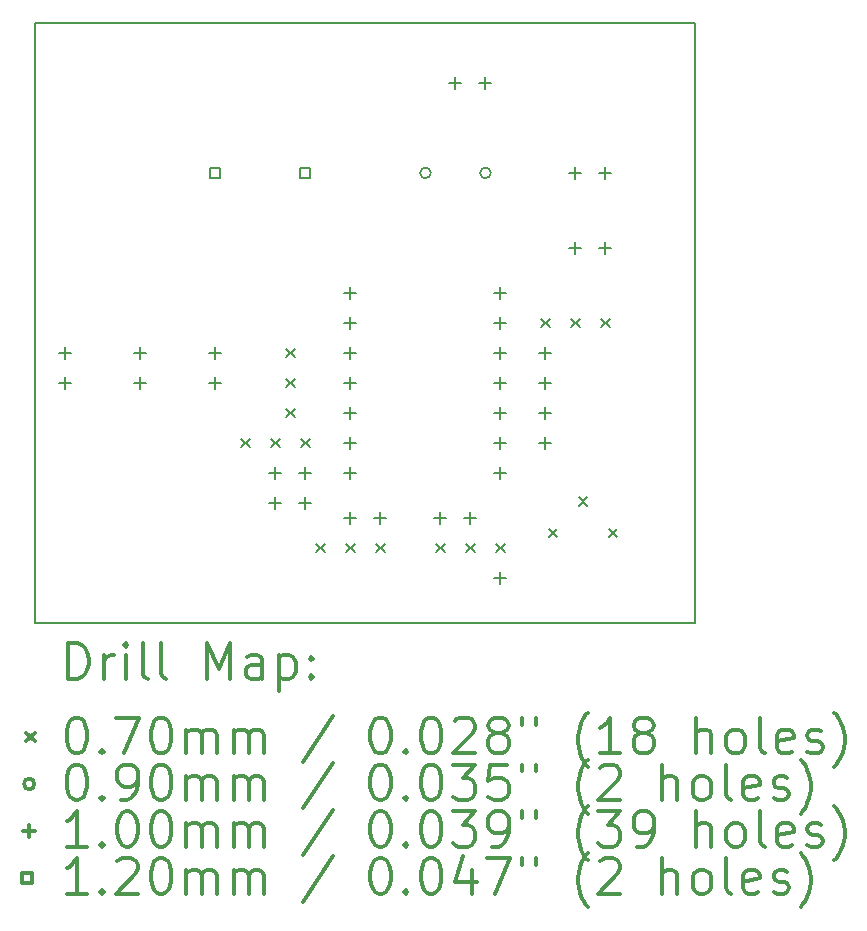
<source format=gbr>
%FSLAX45Y45*%
G04 Gerber Fmt 4.5, Leading zero omitted, Abs format (unit mm)*
G04 Created by KiCad (PCBNEW (5.0.0)) date 08/29/18 20:23:03*
%MOMM*%
%LPD*%
G01*
G04 APERTURE LIST*
%ADD10C,0.150000*%
%ADD11C,0.200000*%
%ADD12C,0.300000*%
G04 APERTURE END LIST*
D10*
X10414000Y-6350000D02*
X4826000Y-6350000D01*
X10414000Y-11430000D02*
X10414000Y-6350000D01*
X4826000Y-11430000D02*
X10414000Y-11430000D01*
X4826000Y-6350000D02*
X4826000Y-11430000D01*
D11*
X7204000Y-10760000D02*
X7274000Y-10830000D01*
X7274000Y-10760000D02*
X7204000Y-10830000D01*
X7458000Y-10760000D02*
X7528000Y-10830000D01*
X7528000Y-10760000D02*
X7458000Y-10830000D01*
X6569000Y-9871000D02*
X6639000Y-9941000D01*
X6639000Y-9871000D02*
X6569000Y-9941000D01*
X6823000Y-9871000D02*
X6893000Y-9941000D01*
X6893000Y-9871000D02*
X6823000Y-9941000D01*
X7077000Y-9871000D02*
X7147000Y-9941000D01*
X7147000Y-9871000D02*
X7077000Y-9941000D01*
X9109000Y-8855000D02*
X9179000Y-8925000D01*
X9179000Y-8855000D02*
X9109000Y-8925000D01*
X9363000Y-8855000D02*
X9433000Y-8925000D01*
X9433000Y-8855000D02*
X9363000Y-8925000D01*
X9617000Y-8855000D02*
X9687000Y-8925000D01*
X9687000Y-8855000D02*
X9617000Y-8925000D01*
X8220000Y-10760000D02*
X8290000Y-10830000D01*
X8290000Y-10760000D02*
X8220000Y-10830000D01*
X8474000Y-10760000D02*
X8544000Y-10830000D01*
X8544000Y-10760000D02*
X8474000Y-10830000D01*
X8728000Y-10760000D02*
X8798000Y-10830000D01*
X8798000Y-10760000D02*
X8728000Y-10830000D01*
X6950000Y-9109000D02*
X7020000Y-9179000D01*
X7020000Y-9109000D02*
X6950000Y-9179000D01*
X6950000Y-9363000D02*
X7020000Y-9433000D01*
X7020000Y-9363000D02*
X6950000Y-9433000D01*
X6950000Y-9617000D02*
X7020000Y-9687000D01*
X7020000Y-9617000D02*
X6950000Y-9687000D01*
X9172500Y-10633000D02*
X9242500Y-10703000D01*
X9242500Y-10633000D02*
X9172500Y-10703000D01*
X9426500Y-10366300D02*
X9496500Y-10436300D01*
X9496500Y-10366300D02*
X9426500Y-10436300D01*
X9680500Y-10633000D02*
X9750500Y-10703000D01*
X9750500Y-10633000D02*
X9680500Y-10703000D01*
X7712000Y-10760000D02*
X7782000Y-10830000D01*
X7782000Y-10760000D02*
X7712000Y-10830000D01*
X8173000Y-7620000D02*
G75*
G03X8173000Y-7620000I-45000J0D01*
G01*
X8681000Y-7620000D02*
G75*
G03X8681000Y-7620000I-45000J0D01*
G01*
X6350000Y-9094000D02*
X6350000Y-9194000D01*
X6300000Y-9144000D02*
X6400000Y-9144000D01*
X6350000Y-9348000D02*
X6350000Y-9448000D01*
X6300000Y-9398000D02*
X6400000Y-9398000D01*
X8763000Y-10999000D02*
X8763000Y-11099000D01*
X8713000Y-11049000D02*
X8813000Y-11049000D01*
X9144000Y-9094000D02*
X9144000Y-9194000D01*
X9094000Y-9144000D02*
X9194000Y-9144000D01*
X9144000Y-9348000D02*
X9144000Y-9448000D01*
X9094000Y-9398000D02*
X9194000Y-9398000D01*
X8382000Y-6808000D02*
X8382000Y-6908000D01*
X8332000Y-6858000D02*
X8432000Y-6858000D01*
X8636000Y-6808000D02*
X8636000Y-6908000D01*
X8586000Y-6858000D02*
X8686000Y-6858000D01*
X9398000Y-7570000D02*
X9398000Y-7670000D01*
X9348000Y-7620000D02*
X9448000Y-7620000D01*
X9652000Y-7570000D02*
X9652000Y-7670000D01*
X9602000Y-7620000D02*
X9702000Y-7620000D01*
X5715000Y-9094000D02*
X5715000Y-9194000D01*
X5665000Y-9144000D02*
X5765000Y-9144000D01*
X5715000Y-9348000D02*
X5715000Y-9448000D01*
X5665000Y-9398000D02*
X5765000Y-9398000D01*
X7493000Y-10491000D02*
X7493000Y-10591000D01*
X7443000Y-10541000D02*
X7543000Y-10541000D01*
X7747000Y-10491000D02*
X7747000Y-10591000D01*
X7697000Y-10541000D02*
X7797000Y-10541000D01*
X7493000Y-8586000D02*
X7493000Y-8686000D01*
X7443000Y-8636000D02*
X7543000Y-8636000D01*
X7493000Y-8840000D02*
X7493000Y-8940000D01*
X7443000Y-8890000D02*
X7543000Y-8890000D01*
X7493000Y-9094000D02*
X7493000Y-9194000D01*
X7443000Y-9144000D02*
X7543000Y-9144000D01*
X7493000Y-9348000D02*
X7493000Y-9448000D01*
X7443000Y-9398000D02*
X7543000Y-9398000D01*
X7493000Y-9602000D02*
X7493000Y-9702000D01*
X7443000Y-9652000D02*
X7543000Y-9652000D01*
X7493000Y-9856000D02*
X7493000Y-9956000D01*
X7443000Y-9906000D02*
X7543000Y-9906000D01*
X7493000Y-10110000D02*
X7493000Y-10210000D01*
X7443000Y-10160000D02*
X7543000Y-10160000D01*
X8763000Y-8586000D02*
X8763000Y-8686000D01*
X8713000Y-8636000D02*
X8813000Y-8636000D01*
X8763000Y-8840000D02*
X8763000Y-8940000D01*
X8713000Y-8890000D02*
X8813000Y-8890000D01*
X8763000Y-9094000D02*
X8763000Y-9194000D01*
X8713000Y-9144000D02*
X8813000Y-9144000D01*
X8763000Y-9348000D02*
X8763000Y-9448000D01*
X8713000Y-9398000D02*
X8813000Y-9398000D01*
X8763000Y-9602000D02*
X8763000Y-9702000D01*
X8713000Y-9652000D02*
X8813000Y-9652000D01*
X8763000Y-9856000D02*
X8763000Y-9956000D01*
X8713000Y-9906000D02*
X8813000Y-9906000D01*
X8763000Y-10110000D02*
X8763000Y-10210000D01*
X8713000Y-10160000D02*
X8813000Y-10160000D01*
X6858000Y-10110000D02*
X6858000Y-10210000D01*
X6808000Y-10160000D02*
X6908000Y-10160000D01*
X7112000Y-10110000D02*
X7112000Y-10210000D01*
X7062000Y-10160000D02*
X7162000Y-10160000D01*
X5080000Y-9094000D02*
X5080000Y-9194000D01*
X5030000Y-9144000D02*
X5130000Y-9144000D01*
X5080000Y-9348000D02*
X5080000Y-9448000D01*
X5030000Y-9398000D02*
X5130000Y-9398000D01*
X8255000Y-10491000D02*
X8255000Y-10591000D01*
X8205000Y-10541000D02*
X8305000Y-10541000D01*
X8509000Y-10491000D02*
X8509000Y-10591000D01*
X8459000Y-10541000D02*
X8559000Y-10541000D01*
X9398000Y-8205000D02*
X9398000Y-8305000D01*
X9348000Y-8255000D02*
X9448000Y-8255000D01*
X9652000Y-8205000D02*
X9652000Y-8305000D01*
X9602000Y-8255000D02*
X9702000Y-8255000D01*
X9144000Y-9602000D02*
X9144000Y-9702000D01*
X9094000Y-9652000D02*
X9194000Y-9652000D01*
X9144000Y-9856000D02*
X9144000Y-9956000D01*
X9094000Y-9906000D02*
X9194000Y-9906000D01*
X6858000Y-10364000D02*
X6858000Y-10464000D01*
X6808000Y-10414000D02*
X6908000Y-10414000D01*
X7112000Y-10364000D02*
X7112000Y-10464000D01*
X7062000Y-10414000D02*
X7162000Y-10414000D01*
X6392427Y-7662427D02*
X6392427Y-7577573D01*
X6307573Y-7577573D01*
X6307573Y-7662427D01*
X6392427Y-7662427D01*
X7154427Y-7662427D02*
X7154427Y-7577573D01*
X7069573Y-7577573D01*
X7069573Y-7662427D01*
X7154427Y-7662427D01*
D12*
X5104928Y-11903214D02*
X5104928Y-11603214D01*
X5176357Y-11603214D01*
X5219214Y-11617500D01*
X5247786Y-11646071D01*
X5262071Y-11674643D01*
X5276357Y-11731786D01*
X5276357Y-11774643D01*
X5262071Y-11831786D01*
X5247786Y-11860357D01*
X5219214Y-11888929D01*
X5176357Y-11903214D01*
X5104928Y-11903214D01*
X5404928Y-11903214D02*
X5404928Y-11703214D01*
X5404928Y-11760357D02*
X5419214Y-11731786D01*
X5433500Y-11717500D01*
X5462071Y-11703214D01*
X5490643Y-11703214D01*
X5590643Y-11903214D02*
X5590643Y-11703214D01*
X5590643Y-11603214D02*
X5576357Y-11617500D01*
X5590643Y-11631786D01*
X5604928Y-11617500D01*
X5590643Y-11603214D01*
X5590643Y-11631786D01*
X5776357Y-11903214D02*
X5747786Y-11888929D01*
X5733500Y-11860357D01*
X5733500Y-11603214D01*
X5933500Y-11903214D02*
X5904928Y-11888929D01*
X5890643Y-11860357D01*
X5890643Y-11603214D01*
X6276357Y-11903214D02*
X6276357Y-11603214D01*
X6376357Y-11817500D01*
X6476357Y-11603214D01*
X6476357Y-11903214D01*
X6747786Y-11903214D02*
X6747786Y-11746071D01*
X6733500Y-11717500D01*
X6704928Y-11703214D01*
X6647786Y-11703214D01*
X6619214Y-11717500D01*
X6747786Y-11888929D02*
X6719214Y-11903214D01*
X6647786Y-11903214D01*
X6619214Y-11888929D01*
X6604928Y-11860357D01*
X6604928Y-11831786D01*
X6619214Y-11803214D01*
X6647786Y-11788929D01*
X6719214Y-11788929D01*
X6747786Y-11774643D01*
X6890643Y-11703214D02*
X6890643Y-12003214D01*
X6890643Y-11717500D02*
X6919214Y-11703214D01*
X6976357Y-11703214D01*
X7004928Y-11717500D01*
X7019214Y-11731786D01*
X7033500Y-11760357D01*
X7033500Y-11846071D01*
X7019214Y-11874643D01*
X7004928Y-11888929D01*
X6976357Y-11903214D01*
X6919214Y-11903214D01*
X6890643Y-11888929D01*
X7162071Y-11874643D02*
X7176357Y-11888929D01*
X7162071Y-11903214D01*
X7147786Y-11888929D01*
X7162071Y-11874643D01*
X7162071Y-11903214D01*
X7162071Y-11717500D02*
X7176357Y-11731786D01*
X7162071Y-11746071D01*
X7147786Y-11731786D01*
X7162071Y-11717500D01*
X7162071Y-11746071D01*
X4748500Y-12362500D02*
X4818500Y-12432500D01*
X4818500Y-12362500D02*
X4748500Y-12432500D01*
X5162071Y-12233214D02*
X5190643Y-12233214D01*
X5219214Y-12247500D01*
X5233500Y-12261786D01*
X5247786Y-12290357D01*
X5262071Y-12347500D01*
X5262071Y-12418929D01*
X5247786Y-12476071D01*
X5233500Y-12504643D01*
X5219214Y-12518929D01*
X5190643Y-12533214D01*
X5162071Y-12533214D01*
X5133500Y-12518929D01*
X5119214Y-12504643D01*
X5104928Y-12476071D01*
X5090643Y-12418929D01*
X5090643Y-12347500D01*
X5104928Y-12290357D01*
X5119214Y-12261786D01*
X5133500Y-12247500D01*
X5162071Y-12233214D01*
X5390643Y-12504643D02*
X5404928Y-12518929D01*
X5390643Y-12533214D01*
X5376357Y-12518929D01*
X5390643Y-12504643D01*
X5390643Y-12533214D01*
X5504928Y-12233214D02*
X5704928Y-12233214D01*
X5576357Y-12533214D01*
X5876357Y-12233214D02*
X5904928Y-12233214D01*
X5933500Y-12247500D01*
X5947786Y-12261786D01*
X5962071Y-12290357D01*
X5976357Y-12347500D01*
X5976357Y-12418929D01*
X5962071Y-12476071D01*
X5947786Y-12504643D01*
X5933500Y-12518929D01*
X5904928Y-12533214D01*
X5876357Y-12533214D01*
X5847786Y-12518929D01*
X5833500Y-12504643D01*
X5819214Y-12476071D01*
X5804928Y-12418929D01*
X5804928Y-12347500D01*
X5819214Y-12290357D01*
X5833500Y-12261786D01*
X5847786Y-12247500D01*
X5876357Y-12233214D01*
X6104928Y-12533214D02*
X6104928Y-12333214D01*
X6104928Y-12361786D02*
X6119214Y-12347500D01*
X6147786Y-12333214D01*
X6190643Y-12333214D01*
X6219214Y-12347500D01*
X6233500Y-12376071D01*
X6233500Y-12533214D01*
X6233500Y-12376071D02*
X6247786Y-12347500D01*
X6276357Y-12333214D01*
X6319214Y-12333214D01*
X6347786Y-12347500D01*
X6362071Y-12376071D01*
X6362071Y-12533214D01*
X6504928Y-12533214D02*
X6504928Y-12333214D01*
X6504928Y-12361786D02*
X6519214Y-12347500D01*
X6547786Y-12333214D01*
X6590643Y-12333214D01*
X6619214Y-12347500D01*
X6633500Y-12376071D01*
X6633500Y-12533214D01*
X6633500Y-12376071D02*
X6647786Y-12347500D01*
X6676357Y-12333214D01*
X6719214Y-12333214D01*
X6747786Y-12347500D01*
X6762071Y-12376071D01*
X6762071Y-12533214D01*
X7347786Y-12218929D02*
X7090643Y-12604643D01*
X7733500Y-12233214D02*
X7762071Y-12233214D01*
X7790643Y-12247500D01*
X7804928Y-12261786D01*
X7819214Y-12290357D01*
X7833500Y-12347500D01*
X7833500Y-12418929D01*
X7819214Y-12476071D01*
X7804928Y-12504643D01*
X7790643Y-12518929D01*
X7762071Y-12533214D01*
X7733500Y-12533214D01*
X7704928Y-12518929D01*
X7690643Y-12504643D01*
X7676357Y-12476071D01*
X7662071Y-12418929D01*
X7662071Y-12347500D01*
X7676357Y-12290357D01*
X7690643Y-12261786D01*
X7704928Y-12247500D01*
X7733500Y-12233214D01*
X7962071Y-12504643D02*
X7976357Y-12518929D01*
X7962071Y-12533214D01*
X7947786Y-12518929D01*
X7962071Y-12504643D01*
X7962071Y-12533214D01*
X8162071Y-12233214D02*
X8190643Y-12233214D01*
X8219214Y-12247500D01*
X8233500Y-12261786D01*
X8247786Y-12290357D01*
X8262071Y-12347500D01*
X8262071Y-12418929D01*
X8247786Y-12476071D01*
X8233500Y-12504643D01*
X8219214Y-12518929D01*
X8190643Y-12533214D01*
X8162071Y-12533214D01*
X8133500Y-12518929D01*
X8119214Y-12504643D01*
X8104928Y-12476071D01*
X8090643Y-12418929D01*
X8090643Y-12347500D01*
X8104928Y-12290357D01*
X8119214Y-12261786D01*
X8133500Y-12247500D01*
X8162071Y-12233214D01*
X8376357Y-12261786D02*
X8390643Y-12247500D01*
X8419214Y-12233214D01*
X8490643Y-12233214D01*
X8519214Y-12247500D01*
X8533500Y-12261786D01*
X8547786Y-12290357D01*
X8547786Y-12318929D01*
X8533500Y-12361786D01*
X8362071Y-12533214D01*
X8547786Y-12533214D01*
X8719214Y-12361786D02*
X8690643Y-12347500D01*
X8676357Y-12333214D01*
X8662071Y-12304643D01*
X8662071Y-12290357D01*
X8676357Y-12261786D01*
X8690643Y-12247500D01*
X8719214Y-12233214D01*
X8776357Y-12233214D01*
X8804928Y-12247500D01*
X8819214Y-12261786D01*
X8833500Y-12290357D01*
X8833500Y-12304643D01*
X8819214Y-12333214D01*
X8804928Y-12347500D01*
X8776357Y-12361786D01*
X8719214Y-12361786D01*
X8690643Y-12376071D01*
X8676357Y-12390357D01*
X8662071Y-12418929D01*
X8662071Y-12476071D01*
X8676357Y-12504643D01*
X8690643Y-12518929D01*
X8719214Y-12533214D01*
X8776357Y-12533214D01*
X8804928Y-12518929D01*
X8819214Y-12504643D01*
X8833500Y-12476071D01*
X8833500Y-12418929D01*
X8819214Y-12390357D01*
X8804928Y-12376071D01*
X8776357Y-12361786D01*
X8947786Y-12233214D02*
X8947786Y-12290357D01*
X9062071Y-12233214D02*
X9062071Y-12290357D01*
X9504928Y-12647500D02*
X9490643Y-12633214D01*
X9462071Y-12590357D01*
X9447786Y-12561786D01*
X9433500Y-12518929D01*
X9419214Y-12447500D01*
X9419214Y-12390357D01*
X9433500Y-12318929D01*
X9447786Y-12276071D01*
X9462071Y-12247500D01*
X9490643Y-12204643D01*
X9504928Y-12190357D01*
X9776357Y-12533214D02*
X9604928Y-12533214D01*
X9690643Y-12533214D02*
X9690643Y-12233214D01*
X9662071Y-12276071D01*
X9633500Y-12304643D01*
X9604928Y-12318929D01*
X9947786Y-12361786D02*
X9919214Y-12347500D01*
X9904928Y-12333214D01*
X9890643Y-12304643D01*
X9890643Y-12290357D01*
X9904928Y-12261786D01*
X9919214Y-12247500D01*
X9947786Y-12233214D01*
X10004928Y-12233214D01*
X10033500Y-12247500D01*
X10047786Y-12261786D01*
X10062071Y-12290357D01*
X10062071Y-12304643D01*
X10047786Y-12333214D01*
X10033500Y-12347500D01*
X10004928Y-12361786D01*
X9947786Y-12361786D01*
X9919214Y-12376071D01*
X9904928Y-12390357D01*
X9890643Y-12418929D01*
X9890643Y-12476071D01*
X9904928Y-12504643D01*
X9919214Y-12518929D01*
X9947786Y-12533214D01*
X10004928Y-12533214D01*
X10033500Y-12518929D01*
X10047786Y-12504643D01*
X10062071Y-12476071D01*
X10062071Y-12418929D01*
X10047786Y-12390357D01*
X10033500Y-12376071D01*
X10004928Y-12361786D01*
X10419214Y-12533214D02*
X10419214Y-12233214D01*
X10547786Y-12533214D02*
X10547786Y-12376071D01*
X10533500Y-12347500D01*
X10504928Y-12333214D01*
X10462071Y-12333214D01*
X10433500Y-12347500D01*
X10419214Y-12361786D01*
X10733500Y-12533214D02*
X10704928Y-12518929D01*
X10690643Y-12504643D01*
X10676357Y-12476071D01*
X10676357Y-12390357D01*
X10690643Y-12361786D01*
X10704928Y-12347500D01*
X10733500Y-12333214D01*
X10776357Y-12333214D01*
X10804928Y-12347500D01*
X10819214Y-12361786D01*
X10833500Y-12390357D01*
X10833500Y-12476071D01*
X10819214Y-12504643D01*
X10804928Y-12518929D01*
X10776357Y-12533214D01*
X10733500Y-12533214D01*
X11004928Y-12533214D02*
X10976357Y-12518929D01*
X10962071Y-12490357D01*
X10962071Y-12233214D01*
X11233500Y-12518929D02*
X11204928Y-12533214D01*
X11147786Y-12533214D01*
X11119214Y-12518929D01*
X11104928Y-12490357D01*
X11104928Y-12376071D01*
X11119214Y-12347500D01*
X11147786Y-12333214D01*
X11204928Y-12333214D01*
X11233500Y-12347500D01*
X11247786Y-12376071D01*
X11247786Y-12404643D01*
X11104928Y-12433214D01*
X11362071Y-12518929D02*
X11390643Y-12533214D01*
X11447786Y-12533214D01*
X11476357Y-12518929D01*
X11490643Y-12490357D01*
X11490643Y-12476071D01*
X11476357Y-12447500D01*
X11447786Y-12433214D01*
X11404928Y-12433214D01*
X11376357Y-12418929D01*
X11362071Y-12390357D01*
X11362071Y-12376071D01*
X11376357Y-12347500D01*
X11404928Y-12333214D01*
X11447786Y-12333214D01*
X11476357Y-12347500D01*
X11590643Y-12647500D02*
X11604928Y-12633214D01*
X11633500Y-12590357D01*
X11647786Y-12561786D01*
X11662071Y-12518929D01*
X11676357Y-12447500D01*
X11676357Y-12390357D01*
X11662071Y-12318929D01*
X11647786Y-12276071D01*
X11633500Y-12247500D01*
X11604928Y-12204643D01*
X11590643Y-12190357D01*
X4818500Y-12793500D02*
G75*
G03X4818500Y-12793500I-45000J0D01*
G01*
X5162071Y-12629214D02*
X5190643Y-12629214D01*
X5219214Y-12643500D01*
X5233500Y-12657786D01*
X5247786Y-12686357D01*
X5262071Y-12743500D01*
X5262071Y-12814929D01*
X5247786Y-12872071D01*
X5233500Y-12900643D01*
X5219214Y-12914929D01*
X5190643Y-12929214D01*
X5162071Y-12929214D01*
X5133500Y-12914929D01*
X5119214Y-12900643D01*
X5104928Y-12872071D01*
X5090643Y-12814929D01*
X5090643Y-12743500D01*
X5104928Y-12686357D01*
X5119214Y-12657786D01*
X5133500Y-12643500D01*
X5162071Y-12629214D01*
X5390643Y-12900643D02*
X5404928Y-12914929D01*
X5390643Y-12929214D01*
X5376357Y-12914929D01*
X5390643Y-12900643D01*
X5390643Y-12929214D01*
X5547786Y-12929214D02*
X5604928Y-12929214D01*
X5633500Y-12914929D01*
X5647786Y-12900643D01*
X5676357Y-12857786D01*
X5690643Y-12800643D01*
X5690643Y-12686357D01*
X5676357Y-12657786D01*
X5662071Y-12643500D01*
X5633500Y-12629214D01*
X5576357Y-12629214D01*
X5547786Y-12643500D01*
X5533500Y-12657786D01*
X5519214Y-12686357D01*
X5519214Y-12757786D01*
X5533500Y-12786357D01*
X5547786Y-12800643D01*
X5576357Y-12814929D01*
X5633500Y-12814929D01*
X5662071Y-12800643D01*
X5676357Y-12786357D01*
X5690643Y-12757786D01*
X5876357Y-12629214D02*
X5904928Y-12629214D01*
X5933500Y-12643500D01*
X5947786Y-12657786D01*
X5962071Y-12686357D01*
X5976357Y-12743500D01*
X5976357Y-12814929D01*
X5962071Y-12872071D01*
X5947786Y-12900643D01*
X5933500Y-12914929D01*
X5904928Y-12929214D01*
X5876357Y-12929214D01*
X5847786Y-12914929D01*
X5833500Y-12900643D01*
X5819214Y-12872071D01*
X5804928Y-12814929D01*
X5804928Y-12743500D01*
X5819214Y-12686357D01*
X5833500Y-12657786D01*
X5847786Y-12643500D01*
X5876357Y-12629214D01*
X6104928Y-12929214D02*
X6104928Y-12729214D01*
X6104928Y-12757786D02*
X6119214Y-12743500D01*
X6147786Y-12729214D01*
X6190643Y-12729214D01*
X6219214Y-12743500D01*
X6233500Y-12772071D01*
X6233500Y-12929214D01*
X6233500Y-12772071D02*
X6247786Y-12743500D01*
X6276357Y-12729214D01*
X6319214Y-12729214D01*
X6347786Y-12743500D01*
X6362071Y-12772071D01*
X6362071Y-12929214D01*
X6504928Y-12929214D02*
X6504928Y-12729214D01*
X6504928Y-12757786D02*
X6519214Y-12743500D01*
X6547786Y-12729214D01*
X6590643Y-12729214D01*
X6619214Y-12743500D01*
X6633500Y-12772071D01*
X6633500Y-12929214D01*
X6633500Y-12772071D02*
X6647786Y-12743500D01*
X6676357Y-12729214D01*
X6719214Y-12729214D01*
X6747786Y-12743500D01*
X6762071Y-12772071D01*
X6762071Y-12929214D01*
X7347786Y-12614929D02*
X7090643Y-13000643D01*
X7733500Y-12629214D02*
X7762071Y-12629214D01*
X7790643Y-12643500D01*
X7804928Y-12657786D01*
X7819214Y-12686357D01*
X7833500Y-12743500D01*
X7833500Y-12814929D01*
X7819214Y-12872071D01*
X7804928Y-12900643D01*
X7790643Y-12914929D01*
X7762071Y-12929214D01*
X7733500Y-12929214D01*
X7704928Y-12914929D01*
X7690643Y-12900643D01*
X7676357Y-12872071D01*
X7662071Y-12814929D01*
X7662071Y-12743500D01*
X7676357Y-12686357D01*
X7690643Y-12657786D01*
X7704928Y-12643500D01*
X7733500Y-12629214D01*
X7962071Y-12900643D02*
X7976357Y-12914929D01*
X7962071Y-12929214D01*
X7947786Y-12914929D01*
X7962071Y-12900643D01*
X7962071Y-12929214D01*
X8162071Y-12629214D02*
X8190643Y-12629214D01*
X8219214Y-12643500D01*
X8233500Y-12657786D01*
X8247786Y-12686357D01*
X8262071Y-12743500D01*
X8262071Y-12814929D01*
X8247786Y-12872071D01*
X8233500Y-12900643D01*
X8219214Y-12914929D01*
X8190643Y-12929214D01*
X8162071Y-12929214D01*
X8133500Y-12914929D01*
X8119214Y-12900643D01*
X8104928Y-12872071D01*
X8090643Y-12814929D01*
X8090643Y-12743500D01*
X8104928Y-12686357D01*
X8119214Y-12657786D01*
X8133500Y-12643500D01*
X8162071Y-12629214D01*
X8362071Y-12629214D02*
X8547786Y-12629214D01*
X8447786Y-12743500D01*
X8490643Y-12743500D01*
X8519214Y-12757786D01*
X8533500Y-12772071D01*
X8547786Y-12800643D01*
X8547786Y-12872071D01*
X8533500Y-12900643D01*
X8519214Y-12914929D01*
X8490643Y-12929214D01*
X8404928Y-12929214D01*
X8376357Y-12914929D01*
X8362071Y-12900643D01*
X8819214Y-12629214D02*
X8676357Y-12629214D01*
X8662071Y-12772071D01*
X8676357Y-12757786D01*
X8704928Y-12743500D01*
X8776357Y-12743500D01*
X8804928Y-12757786D01*
X8819214Y-12772071D01*
X8833500Y-12800643D01*
X8833500Y-12872071D01*
X8819214Y-12900643D01*
X8804928Y-12914929D01*
X8776357Y-12929214D01*
X8704928Y-12929214D01*
X8676357Y-12914929D01*
X8662071Y-12900643D01*
X8947786Y-12629214D02*
X8947786Y-12686357D01*
X9062071Y-12629214D02*
X9062071Y-12686357D01*
X9504928Y-13043500D02*
X9490643Y-13029214D01*
X9462071Y-12986357D01*
X9447786Y-12957786D01*
X9433500Y-12914929D01*
X9419214Y-12843500D01*
X9419214Y-12786357D01*
X9433500Y-12714929D01*
X9447786Y-12672071D01*
X9462071Y-12643500D01*
X9490643Y-12600643D01*
X9504928Y-12586357D01*
X9604928Y-12657786D02*
X9619214Y-12643500D01*
X9647786Y-12629214D01*
X9719214Y-12629214D01*
X9747786Y-12643500D01*
X9762071Y-12657786D01*
X9776357Y-12686357D01*
X9776357Y-12714929D01*
X9762071Y-12757786D01*
X9590643Y-12929214D01*
X9776357Y-12929214D01*
X10133500Y-12929214D02*
X10133500Y-12629214D01*
X10262071Y-12929214D02*
X10262071Y-12772071D01*
X10247786Y-12743500D01*
X10219214Y-12729214D01*
X10176357Y-12729214D01*
X10147786Y-12743500D01*
X10133500Y-12757786D01*
X10447786Y-12929214D02*
X10419214Y-12914929D01*
X10404928Y-12900643D01*
X10390643Y-12872071D01*
X10390643Y-12786357D01*
X10404928Y-12757786D01*
X10419214Y-12743500D01*
X10447786Y-12729214D01*
X10490643Y-12729214D01*
X10519214Y-12743500D01*
X10533500Y-12757786D01*
X10547786Y-12786357D01*
X10547786Y-12872071D01*
X10533500Y-12900643D01*
X10519214Y-12914929D01*
X10490643Y-12929214D01*
X10447786Y-12929214D01*
X10719214Y-12929214D02*
X10690643Y-12914929D01*
X10676357Y-12886357D01*
X10676357Y-12629214D01*
X10947786Y-12914929D02*
X10919214Y-12929214D01*
X10862071Y-12929214D01*
X10833500Y-12914929D01*
X10819214Y-12886357D01*
X10819214Y-12772071D01*
X10833500Y-12743500D01*
X10862071Y-12729214D01*
X10919214Y-12729214D01*
X10947786Y-12743500D01*
X10962071Y-12772071D01*
X10962071Y-12800643D01*
X10819214Y-12829214D01*
X11076357Y-12914929D02*
X11104928Y-12929214D01*
X11162071Y-12929214D01*
X11190643Y-12914929D01*
X11204928Y-12886357D01*
X11204928Y-12872071D01*
X11190643Y-12843500D01*
X11162071Y-12829214D01*
X11119214Y-12829214D01*
X11090643Y-12814929D01*
X11076357Y-12786357D01*
X11076357Y-12772071D01*
X11090643Y-12743500D01*
X11119214Y-12729214D01*
X11162071Y-12729214D01*
X11190643Y-12743500D01*
X11304928Y-13043500D02*
X11319214Y-13029214D01*
X11347786Y-12986357D01*
X11362071Y-12957786D01*
X11376357Y-12914929D01*
X11390643Y-12843500D01*
X11390643Y-12786357D01*
X11376357Y-12714929D01*
X11362071Y-12672071D01*
X11347786Y-12643500D01*
X11319214Y-12600643D01*
X11304928Y-12586357D01*
X4768500Y-13139500D02*
X4768500Y-13239500D01*
X4718500Y-13189500D02*
X4818500Y-13189500D01*
X5262071Y-13325214D02*
X5090643Y-13325214D01*
X5176357Y-13325214D02*
X5176357Y-13025214D01*
X5147786Y-13068071D01*
X5119214Y-13096643D01*
X5090643Y-13110929D01*
X5390643Y-13296643D02*
X5404928Y-13310929D01*
X5390643Y-13325214D01*
X5376357Y-13310929D01*
X5390643Y-13296643D01*
X5390643Y-13325214D01*
X5590643Y-13025214D02*
X5619214Y-13025214D01*
X5647786Y-13039500D01*
X5662071Y-13053786D01*
X5676357Y-13082357D01*
X5690643Y-13139500D01*
X5690643Y-13210929D01*
X5676357Y-13268071D01*
X5662071Y-13296643D01*
X5647786Y-13310929D01*
X5619214Y-13325214D01*
X5590643Y-13325214D01*
X5562071Y-13310929D01*
X5547786Y-13296643D01*
X5533500Y-13268071D01*
X5519214Y-13210929D01*
X5519214Y-13139500D01*
X5533500Y-13082357D01*
X5547786Y-13053786D01*
X5562071Y-13039500D01*
X5590643Y-13025214D01*
X5876357Y-13025214D02*
X5904928Y-13025214D01*
X5933500Y-13039500D01*
X5947786Y-13053786D01*
X5962071Y-13082357D01*
X5976357Y-13139500D01*
X5976357Y-13210929D01*
X5962071Y-13268071D01*
X5947786Y-13296643D01*
X5933500Y-13310929D01*
X5904928Y-13325214D01*
X5876357Y-13325214D01*
X5847786Y-13310929D01*
X5833500Y-13296643D01*
X5819214Y-13268071D01*
X5804928Y-13210929D01*
X5804928Y-13139500D01*
X5819214Y-13082357D01*
X5833500Y-13053786D01*
X5847786Y-13039500D01*
X5876357Y-13025214D01*
X6104928Y-13325214D02*
X6104928Y-13125214D01*
X6104928Y-13153786D02*
X6119214Y-13139500D01*
X6147786Y-13125214D01*
X6190643Y-13125214D01*
X6219214Y-13139500D01*
X6233500Y-13168071D01*
X6233500Y-13325214D01*
X6233500Y-13168071D02*
X6247786Y-13139500D01*
X6276357Y-13125214D01*
X6319214Y-13125214D01*
X6347786Y-13139500D01*
X6362071Y-13168071D01*
X6362071Y-13325214D01*
X6504928Y-13325214D02*
X6504928Y-13125214D01*
X6504928Y-13153786D02*
X6519214Y-13139500D01*
X6547786Y-13125214D01*
X6590643Y-13125214D01*
X6619214Y-13139500D01*
X6633500Y-13168071D01*
X6633500Y-13325214D01*
X6633500Y-13168071D02*
X6647786Y-13139500D01*
X6676357Y-13125214D01*
X6719214Y-13125214D01*
X6747786Y-13139500D01*
X6762071Y-13168071D01*
X6762071Y-13325214D01*
X7347786Y-13010929D02*
X7090643Y-13396643D01*
X7733500Y-13025214D02*
X7762071Y-13025214D01*
X7790643Y-13039500D01*
X7804928Y-13053786D01*
X7819214Y-13082357D01*
X7833500Y-13139500D01*
X7833500Y-13210929D01*
X7819214Y-13268071D01*
X7804928Y-13296643D01*
X7790643Y-13310929D01*
X7762071Y-13325214D01*
X7733500Y-13325214D01*
X7704928Y-13310929D01*
X7690643Y-13296643D01*
X7676357Y-13268071D01*
X7662071Y-13210929D01*
X7662071Y-13139500D01*
X7676357Y-13082357D01*
X7690643Y-13053786D01*
X7704928Y-13039500D01*
X7733500Y-13025214D01*
X7962071Y-13296643D02*
X7976357Y-13310929D01*
X7962071Y-13325214D01*
X7947786Y-13310929D01*
X7962071Y-13296643D01*
X7962071Y-13325214D01*
X8162071Y-13025214D02*
X8190643Y-13025214D01*
X8219214Y-13039500D01*
X8233500Y-13053786D01*
X8247786Y-13082357D01*
X8262071Y-13139500D01*
X8262071Y-13210929D01*
X8247786Y-13268071D01*
X8233500Y-13296643D01*
X8219214Y-13310929D01*
X8190643Y-13325214D01*
X8162071Y-13325214D01*
X8133500Y-13310929D01*
X8119214Y-13296643D01*
X8104928Y-13268071D01*
X8090643Y-13210929D01*
X8090643Y-13139500D01*
X8104928Y-13082357D01*
X8119214Y-13053786D01*
X8133500Y-13039500D01*
X8162071Y-13025214D01*
X8362071Y-13025214D02*
X8547786Y-13025214D01*
X8447786Y-13139500D01*
X8490643Y-13139500D01*
X8519214Y-13153786D01*
X8533500Y-13168071D01*
X8547786Y-13196643D01*
X8547786Y-13268071D01*
X8533500Y-13296643D01*
X8519214Y-13310929D01*
X8490643Y-13325214D01*
X8404928Y-13325214D01*
X8376357Y-13310929D01*
X8362071Y-13296643D01*
X8690643Y-13325214D02*
X8747786Y-13325214D01*
X8776357Y-13310929D01*
X8790643Y-13296643D01*
X8819214Y-13253786D01*
X8833500Y-13196643D01*
X8833500Y-13082357D01*
X8819214Y-13053786D01*
X8804928Y-13039500D01*
X8776357Y-13025214D01*
X8719214Y-13025214D01*
X8690643Y-13039500D01*
X8676357Y-13053786D01*
X8662071Y-13082357D01*
X8662071Y-13153786D01*
X8676357Y-13182357D01*
X8690643Y-13196643D01*
X8719214Y-13210929D01*
X8776357Y-13210929D01*
X8804928Y-13196643D01*
X8819214Y-13182357D01*
X8833500Y-13153786D01*
X8947786Y-13025214D02*
X8947786Y-13082357D01*
X9062071Y-13025214D02*
X9062071Y-13082357D01*
X9504928Y-13439500D02*
X9490643Y-13425214D01*
X9462071Y-13382357D01*
X9447786Y-13353786D01*
X9433500Y-13310929D01*
X9419214Y-13239500D01*
X9419214Y-13182357D01*
X9433500Y-13110929D01*
X9447786Y-13068071D01*
X9462071Y-13039500D01*
X9490643Y-12996643D01*
X9504928Y-12982357D01*
X9590643Y-13025214D02*
X9776357Y-13025214D01*
X9676357Y-13139500D01*
X9719214Y-13139500D01*
X9747786Y-13153786D01*
X9762071Y-13168071D01*
X9776357Y-13196643D01*
X9776357Y-13268071D01*
X9762071Y-13296643D01*
X9747786Y-13310929D01*
X9719214Y-13325214D01*
X9633500Y-13325214D01*
X9604928Y-13310929D01*
X9590643Y-13296643D01*
X9919214Y-13325214D02*
X9976357Y-13325214D01*
X10004928Y-13310929D01*
X10019214Y-13296643D01*
X10047786Y-13253786D01*
X10062071Y-13196643D01*
X10062071Y-13082357D01*
X10047786Y-13053786D01*
X10033500Y-13039500D01*
X10004928Y-13025214D01*
X9947786Y-13025214D01*
X9919214Y-13039500D01*
X9904928Y-13053786D01*
X9890643Y-13082357D01*
X9890643Y-13153786D01*
X9904928Y-13182357D01*
X9919214Y-13196643D01*
X9947786Y-13210929D01*
X10004928Y-13210929D01*
X10033500Y-13196643D01*
X10047786Y-13182357D01*
X10062071Y-13153786D01*
X10419214Y-13325214D02*
X10419214Y-13025214D01*
X10547786Y-13325214D02*
X10547786Y-13168071D01*
X10533500Y-13139500D01*
X10504928Y-13125214D01*
X10462071Y-13125214D01*
X10433500Y-13139500D01*
X10419214Y-13153786D01*
X10733500Y-13325214D02*
X10704928Y-13310929D01*
X10690643Y-13296643D01*
X10676357Y-13268071D01*
X10676357Y-13182357D01*
X10690643Y-13153786D01*
X10704928Y-13139500D01*
X10733500Y-13125214D01*
X10776357Y-13125214D01*
X10804928Y-13139500D01*
X10819214Y-13153786D01*
X10833500Y-13182357D01*
X10833500Y-13268071D01*
X10819214Y-13296643D01*
X10804928Y-13310929D01*
X10776357Y-13325214D01*
X10733500Y-13325214D01*
X11004928Y-13325214D02*
X10976357Y-13310929D01*
X10962071Y-13282357D01*
X10962071Y-13025214D01*
X11233500Y-13310929D02*
X11204928Y-13325214D01*
X11147786Y-13325214D01*
X11119214Y-13310929D01*
X11104928Y-13282357D01*
X11104928Y-13168071D01*
X11119214Y-13139500D01*
X11147786Y-13125214D01*
X11204928Y-13125214D01*
X11233500Y-13139500D01*
X11247786Y-13168071D01*
X11247786Y-13196643D01*
X11104928Y-13225214D01*
X11362071Y-13310929D02*
X11390643Y-13325214D01*
X11447786Y-13325214D01*
X11476357Y-13310929D01*
X11490643Y-13282357D01*
X11490643Y-13268071D01*
X11476357Y-13239500D01*
X11447786Y-13225214D01*
X11404928Y-13225214D01*
X11376357Y-13210929D01*
X11362071Y-13182357D01*
X11362071Y-13168071D01*
X11376357Y-13139500D01*
X11404928Y-13125214D01*
X11447786Y-13125214D01*
X11476357Y-13139500D01*
X11590643Y-13439500D02*
X11604928Y-13425214D01*
X11633500Y-13382357D01*
X11647786Y-13353786D01*
X11662071Y-13310929D01*
X11676357Y-13239500D01*
X11676357Y-13182357D01*
X11662071Y-13110929D01*
X11647786Y-13068071D01*
X11633500Y-13039500D01*
X11604928Y-12996643D01*
X11590643Y-12982357D01*
X4800927Y-13627927D02*
X4800927Y-13543073D01*
X4716073Y-13543073D01*
X4716073Y-13627927D01*
X4800927Y-13627927D01*
X5262071Y-13721214D02*
X5090643Y-13721214D01*
X5176357Y-13721214D02*
X5176357Y-13421214D01*
X5147786Y-13464071D01*
X5119214Y-13492643D01*
X5090643Y-13506929D01*
X5390643Y-13692643D02*
X5404928Y-13706929D01*
X5390643Y-13721214D01*
X5376357Y-13706929D01*
X5390643Y-13692643D01*
X5390643Y-13721214D01*
X5519214Y-13449786D02*
X5533500Y-13435500D01*
X5562071Y-13421214D01*
X5633500Y-13421214D01*
X5662071Y-13435500D01*
X5676357Y-13449786D01*
X5690643Y-13478357D01*
X5690643Y-13506929D01*
X5676357Y-13549786D01*
X5504928Y-13721214D01*
X5690643Y-13721214D01*
X5876357Y-13421214D02*
X5904928Y-13421214D01*
X5933500Y-13435500D01*
X5947786Y-13449786D01*
X5962071Y-13478357D01*
X5976357Y-13535500D01*
X5976357Y-13606929D01*
X5962071Y-13664071D01*
X5947786Y-13692643D01*
X5933500Y-13706929D01*
X5904928Y-13721214D01*
X5876357Y-13721214D01*
X5847786Y-13706929D01*
X5833500Y-13692643D01*
X5819214Y-13664071D01*
X5804928Y-13606929D01*
X5804928Y-13535500D01*
X5819214Y-13478357D01*
X5833500Y-13449786D01*
X5847786Y-13435500D01*
X5876357Y-13421214D01*
X6104928Y-13721214D02*
X6104928Y-13521214D01*
X6104928Y-13549786D02*
X6119214Y-13535500D01*
X6147786Y-13521214D01*
X6190643Y-13521214D01*
X6219214Y-13535500D01*
X6233500Y-13564071D01*
X6233500Y-13721214D01*
X6233500Y-13564071D02*
X6247786Y-13535500D01*
X6276357Y-13521214D01*
X6319214Y-13521214D01*
X6347786Y-13535500D01*
X6362071Y-13564071D01*
X6362071Y-13721214D01*
X6504928Y-13721214D02*
X6504928Y-13521214D01*
X6504928Y-13549786D02*
X6519214Y-13535500D01*
X6547786Y-13521214D01*
X6590643Y-13521214D01*
X6619214Y-13535500D01*
X6633500Y-13564071D01*
X6633500Y-13721214D01*
X6633500Y-13564071D02*
X6647786Y-13535500D01*
X6676357Y-13521214D01*
X6719214Y-13521214D01*
X6747786Y-13535500D01*
X6762071Y-13564071D01*
X6762071Y-13721214D01*
X7347786Y-13406929D02*
X7090643Y-13792643D01*
X7733500Y-13421214D02*
X7762071Y-13421214D01*
X7790643Y-13435500D01*
X7804928Y-13449786D01*
X7819214Y-13478357D01*
X7833500Y-13535500D01*
X7833500Y-13606929D01*
X7819214Y-13664071D01*
X7804928Y-13692643D01*
X7790643Y-13706929D01*
X7762071Y-13721214D01*
X7733500Y-13721214D01*
X7704928Y-13706929D01*
X7690643Y-13692643D01*
X7676357Y-13664071D01*
X7662071Y-13606929D01*
X7662071Y-13535500D01*
X7676357Y-13478357D01*
X7690643Y-13449786D01*
X7704928Y-13435500D01*
X7733500Y-13421214D01*
X7962071Y-13692643D02*
X7976357Y-13706929D01*
X7962071Y-13721214D01*
X7947786Y-13706929D01*
X7962071Y-13692643D01*
X7962071Y-13721214D01*
X8162071Y-13421214D02*
X8190643Y-13421214D01*
X8219214Y-13435500D01*
X8233500Y-13449786D01*
X8247786Y-13478357D01*
X8262071Y-13535500D01*
X8262071Y-13606929D01*
X8247786Y-13664071D01*
X8233500Y-13692643D01*
X8219214Y-13706929D01*
X8190643Y-13721214D01*
X8162071Y-13721214D01*
X8133500Y-13706929D01*
X8119214Y-13692643D01*
X8104928Y-13664071D01*
X8090643Y-13606929D01*
X8090643Y-13535500D01*
X8104928Y-13478357D01*
X8119214Y-13449786D01*
X8133500Y-13435500D01*
X8162071Y-13421214D01*
X8519214Y-13521214D02*
X8519214Y-13721214D01*
X8447786Y-13406929D02*
X8376357Y-13621214D01*
X8562071Y-13621214D01*
X8647786Y-13421214D02*
X8847786Y-13421214D01*
X8719214Y-13721214D01*
X8947786Y-13421214D02*
X8947786Y-13478357D01*
X9062071Y-13421214D02*
X9062071Y-13478357D01*
X9504928Y-13835500D02*
X9490643Y-13821214D01*
X9462071Y-13778357D01*
X9447786Y-13749786D01*
X9433500Y-13706929D01*
X9419214Y-13635500D01*
X9419214Y-13578357D01*
X9433500Y-13506929D01*
X9447786Y-13464071D01*
X9462071Y-13435500D01*
X9490643Y-13392643D01*
X9504928Y-13378357D01*
X9604928Y-13449786D02*
X9619214Y-13435500D01*
X9647786Y-13421214D01*
X9719214Y-13421214D01*
X9747786Y-13435500D01*
X9762071Y-13449786D01*
X9776357Y-13478357D01*
X9776357Y-13506929D01*
X9762071Y-13549786D01*
X9590643Y-13721214D01*
X9776357Y-13721214D01*
X10133500Y-13721214D02*
X10133500Y-13421214D01*
X10262071Y-13721214D02*
X10262071Y-13564071D01*
X10247786Y-13535500D01*
X10219214Y-13521214D01*
X10176357Y-13521214D01*
X10147786Y-13535500D01*
X10133500Y-13549786D01*
X10447786Y-13721214D02*
X10419214Y-13706929D01*
X10404928Y-13692643D01*
X10390643Y-13664071D01*
X10390643Y-13578357D01*
X10404928Y-13549786D01*
X10419214Y-13535500D01*
X10447786Y-13521214D01*
X10490643Y-13521214D01*
X10519214Y-13535500D01*
X10533500Y-13549786D01*
X10547786Y-13578357D01*
X10547786Y-13664071D01*
X10533500Y-13692643D01*
X10519214Y-13706929D01*
X10490643Y-13721214D01*
X10447786Y-13721214D01*
X10719214Y-13721214D02*
X10690643Y-13706929D01*
X10676357Y-13678357D01*
X10676357Y-13421214D01*
X10947786Y-13706929D02*
X10919214Y-13721214D01*
X10862071Y-13721214D01*
X10833500Y-13706929D01*
X10819214Y-13678357D01*
X10819214Y-13564071D01*
X10833500Y-13535500D01*
X10862071Y-13521214D01*
X10919214Y-13521214D01*
X10947786Y-13535500D01*
X10962071Y-13564071D01*
X10962071Y-13592643D01*
X10819214Y-13621214D01*
X11076357Y-13706929D02*
X11104928Y-13721214D01*
X11162071Y-13721214D01*
X11190643Y-13706929D01*
X11204928Y-13678357D01*
X11204928Y-13664071D01*
X11190643Y-13635500D01*
X11162071Y-13621214D01*
X11119214Y-13621214D01*
X11090643Y-13606929D01*
X11076357Y-13578357D01*
X11076357Y-13564071D01*
X11090643Y-13535500D01*
X11119214Y-13521214D01*
X11162071Y-13521214D01*
X11190643Y-13535500D01*
X11304928Y-13835500D02*
X11319214Y-13821214D01*
X11347786Y-13778357D01*
X11362071Y-13749786D01*
X11376357Y-13706929D01*
X11390643Y-13635500D01*
X11390643Y-13578357D01*
X11376357Y-13506929D01*
X11362071Y-13464071D01*
X11347786Y-13435500D01*
X11319214Y-13392643D01*
X11304928Y-13378357D01*
M02*

</source>
